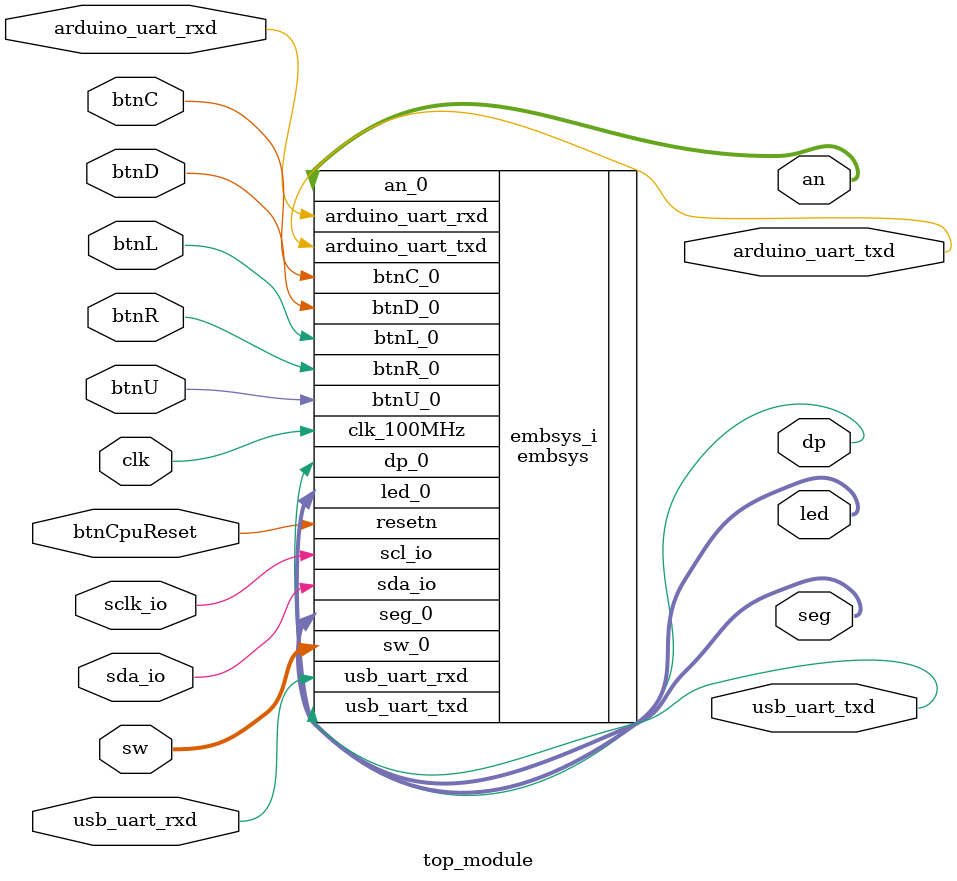
<source format=sv>
`timescale 1 ps / 1 ps

module top_module
   (
	input logic			clk,
	input logic [15:0]  sw,
	input logic		    btnU,
	input logic		    btnR,
	input logic			btnL,
	input logic			btnD,
	input logic			btnC,
	input logic			btnCpuReset,
	output logic [15:0]	led,
    output logic [7:0]	an,
	output logic [6:0]	seg,
    output logic		dp,   
    input logic         arduino_uart_rxd,
    output logic        arduino_uart_txd,
    input logic         usb_uart_rxd,
    output logic        usb_uart_txd,
    inout               sclk_io,
    inout               sda_io        
);
    
  // instantiate the embedded system
   embsys embsys_i
   (
        // Nexys4 IO Connections
        .an_0(an),
        .btnC_0(btnC),
        .btnD_0(btnD),
	    .btnL_0(btnL),
	    .btnR_0(btnR),
	    .btnU_0(btnU),
	    .dp_0(dp),
	    .led_0(led),
	    .sw_0(sw),
	    .seg_0(seg),
        // UART
        .arduino_uart_rxd(arduino_uart_rxd),
        .arduino_uart_txd(arduino_uart_txd),
        .usb_uart_rxd(usb_uart_rxd),
        .usb_uart_txd(usb_uart_txd), 
        // I2C
        .scl_io(sclk_io),
        .sda_io(sda_io),
        // CPU 
        .clk_100MHz(clk),
        .resetn(btnCpuReset)
   );        
endmodule

</source>
